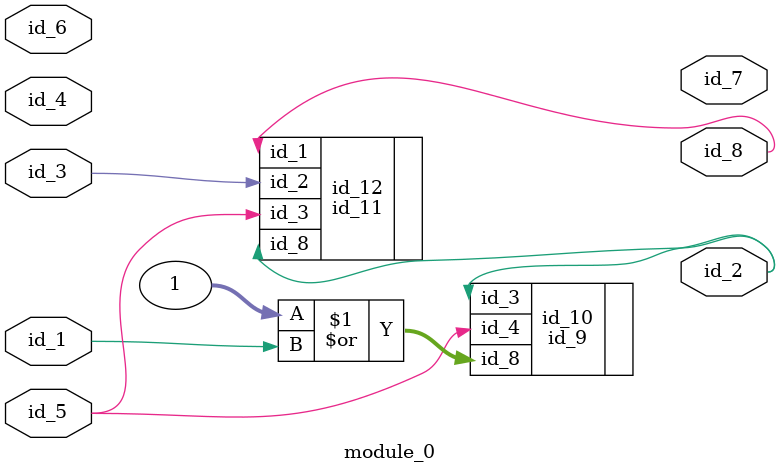
<source format=v>
module module_0 (
    id_1,
    id_2,
    id_3,
    id_4,
    id_5,
    id_6,
    id_7,
    id_8
);
  output id_8;
  output id_7;
  input id_6;
  input id_5;
  input id_4;
  input id_3;
  output id_2;
  input id_1;
  id_9 id_10 (
      .id_3(id_8),
      .id_4(id_5),
      .id_4(id_2),
      .id_4(id_5),
      .id_3(id_2),
      .id_8(1 | id_1)
  );
  id_11 id_12 (
      .id_2(id_3),
      .id_1(id_8),
      .id_8(id_7),
      .id_3(id_5),
      .id_1(id_8),
      .id_8(id_2)
  );
endmodule

</source>
